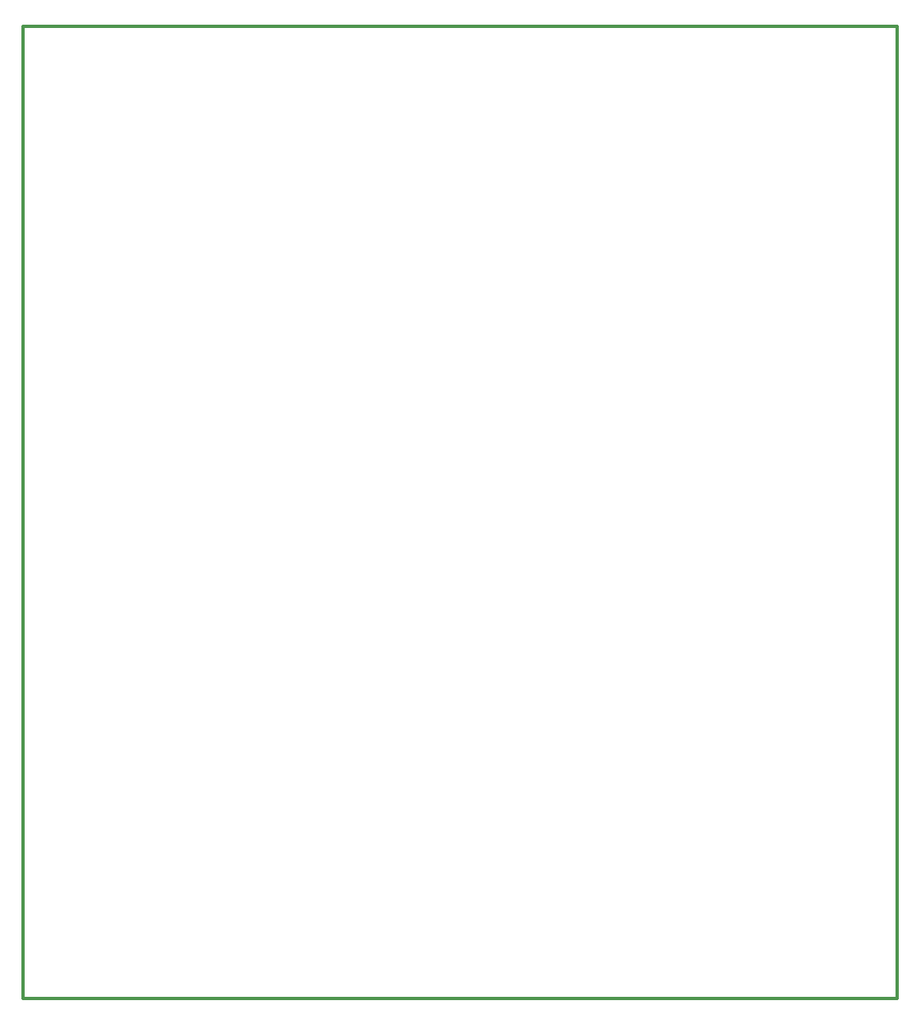
<source format=gbr>
G04 #@! TF.GenerationSoftware,KiCad,Pcbnew,(5.1.12)-1*
G04 #@! TF.CreationDate,2021-12-13T00:14:43+03:00*
G04 #@! TF.ProjectId,OCP-2,4f43502d-322e-46b6-9963-61645f706362,rev?*
G04 #@! TF.SameCoordinates,Original*
G04 #@! TF.FileFunction,Profile,NP*
%FSLAX46Y46*%
G04 Gerber Fmt 4.6, Leading zero omitted, Abs format (unit mm)*
G04 Created by KiCad (PCBNEW (5.1.12)-1) date 2021-12-13 00:14:43*
%MOMM*%
%LPD*%
G01*
G04 APERTURE LIST*
G04 #@! TA.AperFunction,Profile*
%ADD10C,0.300000*%
G04 #@! TD*
G04 APERTURE END LIST*
D10*
X50000000Y-150000000D02*
X50000000Y-50000000D01*
X140000000Y-150000000D02*
X50000000Y-150000000D01*
X140000000Y-50000000D02*
X140000000Y-150000000D01*
X50000000Y-50000000D02*
X140000000Y-50000000D01*
M02*

</source>
